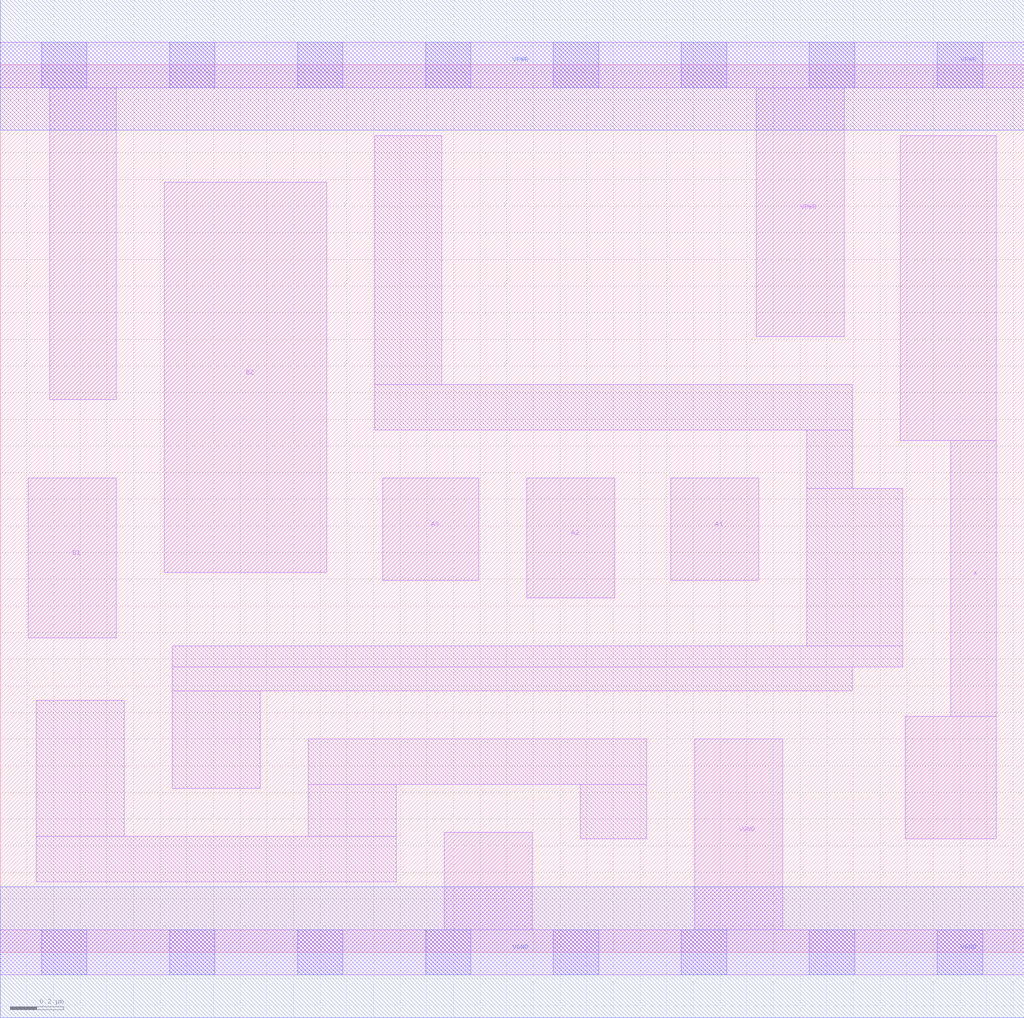
<source format=lef>
# Copyright 2020 The SkyWater PDK Authors
#
# Licensed under the Apache License, Version 2.0 (the "License");
# you may not use this file except in compliance with the License.
# You may obtain a copy of the License at
#
#     https://www.apache.org/licenses/LICENSE-2.0
#
# Unless required by applicable law or agreed to in writing, software
# distributed under the License is distributed on an "AS IS" BASIS,
# WITHOUT WARRANTIES OR CONDITIONS OF ANY KIND, either express or implied.
# See the License for the specific language governing permissions and
# limitations under the License.
#
# SPDX-License-Identifier: Apache-2.0

VERSION 5.7 ;
  NAMESCASESENSITIVE ON ;
  NOWIREEXTENSIONATPIN ON ;
  DIVIDERCHAR "/" ;
  BUSBITCHARS "[]" ;
UNITS
  DATABASE MICRONS 200 ;
END UNITS
MACRO sky130_fd_sc_lp__o32a_lp
  CLASS CORE ;
  SOURCE USER ;
  FOREIGN sky130_fd_sc_lp__o32a_lp ;
  ORIGIN  0.000000  0.000000 ;
  SIZE  3.840000 BY  3.330000 ;
  SYMMETRY X Y R90 ;
  SITE unit ;
  PIN A1
    ANTENNAGATEAREA  0.313000 ;
    DIRECTION INPUT ;
    USE SIGNAL ;
    PORT
      LAYER li1 ;
        RECT 2.515000 1.395000 2.845000 1.780000 ;
    END
  END A1
  PIN A2
    ANTENNAGATEAREA  0.313000 ;
    DIRECTION INPUT ;
    USE SIGNAL ;
    PORT
      LAYER li1 ;
        RECT 1.975000 1.330000 2.305000 1.780000 ;
    END
  END A2
  PIN A3
    ANTENNAGATEAREA  0.313000 ;
    DIRECTION INPUT ;
    USE SIGNAL ;
    PORT
      LAYER li1 ;
        RECT 1.435000 1.395000 1.795000 1.780000 ;
    END
  END A3
  PIN B1
    ANTENNAGATEAREA  0.313000 ;
    DIRECTION INPUT ;
    USE SIGNAL ;
    PORT
      LAYER li1 ;
        RECT 0.105000 1.180000 0.435000 1.780000 ;
    END
  END B1
  PIN B2
    ANTENNAGATEAREA  0.313000 ;
    DIRECTION INPUT ;
    USE SIGNAL ;
    PORT
      LAYER li1 ;
        RECT 0.615000 1.425000 1.225000 2.890000 ;
    END
  END B2
  PIN X
    ANTENNADIFFAREA  0.404700 ;
    DIRECTION OUTPUT ;
    USE SIGNAL ;
    PORT
      LAYER li1 ;
        RECT 3.375000 1.920000 3.735000 3.065000 ;
        RECT 3.395000 0.425000 3.735000 0.885000 ;
        RECT 3.565000 0.885000 3.735000 1.920000 ;
    END
  END X
  PIN VGND
    DIRECTION INOUT ;
    USE GROUND ;
    PORT
      LAYER li1 ;
        RECT 0.000000 -0.085000 3.840000 0.085000 ;
        RECT 1.665000  0.085000 1.995000 0.450000 ;
        RECT 2.605000  0.085000 2.935000 0.800000 ;
      LAYER mcon ;
        RECT 0.155000 -0.085000 0.325000 0.085000 ;
        RECT 0.635000 -0.085000 0.805000 0.085000 ;
        RECT 1.115000 -0.085000 1.285000 0.085000 ;
        RECT 1.595000 -0.085000 1.765000 0.085000 ;
        RECT 2.075000 -0.085000 2.245000 0.085000 ;
        RECT 2.555000 -0.085000 2.725000 0.085000 ;
        RECT 3.035000 -0.085000 3.205000 0.085000 ;
        RECT 3.515000 -0.085000 3.685000 0.085000 ;
      LAYER met1 ;
        RECT 0.000000 -0.245000 3.840000 0.245000 ;
    END
  END VGND
  PIN VPWR
    DIRECTION INOUT ;
    USE POWER ;
    PORT
      LAYER li1 ;
        RECT 0.000000 3.245000 3.840000 3.415000 ;
        RECT 0.185000 2.075000 0.435000 3.245000 ;
        RECT 2.835000 2.310000 3.165000 3.245000 ;
      LAYER mcon ;
        RECT 0.155000 3.245000 0.325000 3.415000 ;
        RECT 0.635000 3.245000 0.805000 3.415000 ;
        RECT 1.115000 3.245000 1.285000 3.415000 ;
        RECT 1.595000 3.245000 1.765000 3.415000 ;
        RECT 2.075000 3.245000 2.245000 3.415000 ;
        RECT 2.555000 3.245000 2.725000 3.415000 ;
        RECT 3.035000 3.245000 3.205000 3.415000 ;
        RECT 3.515000 3.245000 3.685000 3.415000 ;
      LAYER met1 ;
        RECT 0.000000 3.085000 3.840000 3.575000 ;
    END
  END VPWR
  OBS
    LAYER li1 ;
      RECT 0.135000 0.265000 1.485000 0.435000 ;
      RECT 0.135000 0.435000 0.465000 0.945000 ;
      RECT 0.645000 0.615000 0.975000 0.980000 ;
      RECT 0.645000 0.980000 3.195000 1.070000 ;
      RECT 0.645000 1.070000 3.385000 1.150000 ;
      RECT 1.155000 0.435000 1.485000 0.630000 ;
      RECT 1.155000 0.630000 2.425000 0.800000 ;
      RECT 1.405000 1.960000 3.195000 2.130000 ;
      RECT 1.405000 2.130000 1.655000 3.065000 ;
      RECT 2.175000 0.425000 2.425000 0.630000 ;
      RECT 3.025000 1.150000 3.385000 1.740000 ;
      RECT 3.025000 1.740000 3.195000 1.960000 ;
  END
END sky130_fd_sc_lp__o32a_lp

</source>
